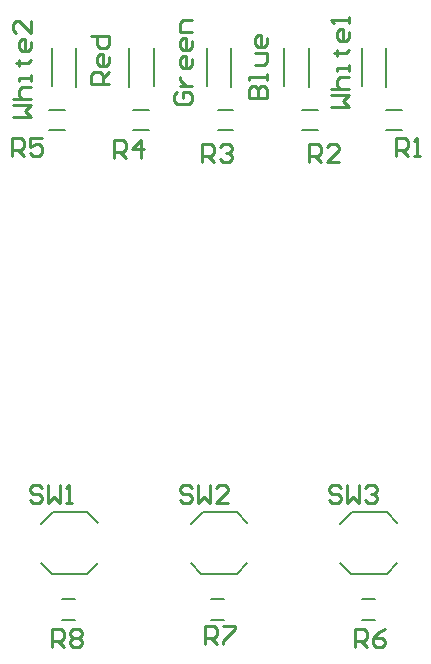
<source format=gto>
G04*
G04 #@! TF.GenerationSoftware,Altium Limited,Altium Designer,18.0.7 (293)*
G04*
G04 Layer_Color=65535*
%FSLAX25Y25*%
%MOIN*%
G70*
G01*
G75*
%ADD10C,0.00500*%
%ADD11C,0.01000*%
D10*
X97795Y46035D02*
X102205D01*
X97795Y52965D02*
X102205D01*
X148295Y46035D02*
X152705D01*
X148295Y52965D02*
X152705D01*
X48295D02*
X52705D01*
X48295Y46035D02*
X52705D01*
X156362Y215846D02*
X161638D01*
X156362Y209154D02*
X161638D01*
X128237Y215846D02*
X133513D01*
X128237Y209154D02*
X133513D01*
X100112Y215846D02*
X105388D01*
X100112Y209154D02*
X105388D01*
X71987Y215846D02*
X77263D01*
X71987Y209154D02*
X77263D01*
X43862Y215846D02*
X49138D01*
X43862Y209154D02*
X49138D01*
X148088Y223902D02*
Y236500D01*
X156316Y223705D02*
Y236697D01*
X122255Y223902D02*
Y236500D01*
X130483Y223705D02*
Y236697D01*
X96421Y223902D02*
Y236500D01*
X104650Y223705D02*
Y236697D01*
X78816Y223902D02*
Y236500D01*
X70588Y223705D02*
Y236697D01*
X44755Y223902D02*
Y236500D01*
X52983Y223705D02*
Y236697D01*
X46358Y61264D02*
X56594D01*
X44942D02*
X46358D01*
X45177Y81736D02*
X56594D01*
X41240Y77799D02*
X45177Y81736D01*
X56594D02*
X60138Y78193D01*
X56594Y61264D02*
X60138Y64807D01*
X44783Y61264D02*
X44942D01*
X41240Y64807D02*
X44783Y61264D01*
X96264D02*
X106500D01*
X94847D02*
X96264D01*
X95083Y81736D02*
X106500D01*
X91146Y77799D02*
X95083Y81736D01*
X106500D02*
X110043Y78193D01*
X106500Y61264D02*
X110043Y64807D01*
X94689Y61264D02*
X94847D01*
X91146Y64807D02*
X94689Y61264D01*
X146169D02*
X156406D01*
X144753D02*
X146169D01*
X144988Y81736D02*
X156406D01*
X141051Y77799D02*
X144988Y81736D01*
X156406D02*
X159949Y78193D01*
X156406Y61264D02*
X159949Y64807D01*
X144594Y61264D02*
X144753D01*
X141051Y64807D02*
X144594Y61264D01*
D11*
X32002Y213500D02*
X38000D01*
X36001Y215499D01*
X38000Y217499D01*
X32002D01*
Y219498D02*
X38000D01*
X35001D01*
X34001Y220498D01*
Y222497D01*
X35001Y223497D01*
X38000D01*
Y225496D02*
Y227496D01*
Y226496D01*
X34001D01*
Y225496D01*
X33002Y231494D02*
X34001D01*
Y230494D01*
Y232494D01*
Y231494D01*
X37000D01*
X38000Y232494D01*
Y238492D02*
Y236493D01*
X37000Y235493D01*
X35001D01*
X34001Y236493D01*
Y238492D01*
X35001Y239492D01*
X36001D01*
Y235493D01*
X38000Y245490D02*
Y241491D01*
X34001Y245490D01*
X33002D01*
X32002Y244490D01*
Y242491D01*
X33002Y241491D01*
X138002Y217000D02*
X144000D01*
X142001Y218999D01*
X144000Y220999D01*
X138002D01*
Y222998D02*
X144000D01*
X141001D01*
X140001Y223998D01*
Y225997D01*
X141001Y226997D01*
X144000D01*
Y228996D02*
Y230995D01*
Y229996D01*
X140001D01*
Y228996D01*
X139002Y234994D02*
X140001D01*
Y233995D01*
Y235994D01*
Y234994D01*
X143000D01*
X144000Y235994D01*
Y241992D02*
Y239993D01*
X143000Y238993D01*
X141001D01*
X140001Y239993D01*
Y241992D01*
X141001Y242992D01*
X142001D01*
Y238993D01*
X144000Y244991D02*
Y246990D01*
Y245991D01*
X138002D01*
X139002Y244991D01*
X141349Y89948D02*
X140349Y90948D01*
X138350D01*
X137350Y89948D01*
Y88949D01*
X138350Y87949D01*
X140349D01*
X141349Y86949D01*
Y85950D01*
X140349Y84950D01*
X138350D01*
X137350Y85950D01*
X143348Y90948D02*
Y84950D01*
X145347Y86949D01*
X147347Y84950D01*
Y90948D01*
X149346Y89948D02*
X150346Y90948D01*
X152345D01*
X153345Y89948D01*
Y88949D01*
X152345Y87949D01*
X151346D01*
X152345D01*
X153345Y86949D01*
Y85950D01*
X152345Y84950D01*
X150346D01*
X149346Y85950D01*
X91443Y89948D02*
X90443Y90948D01*
X88444D01*
X87445Y89948D01*
Y88949D01*
X88444Y87949D01*
X90443D01*
X91443Y86949D01*
Y85950D01*
X90443Y84950D01*
X88444D01*
X87445Y85950D01*
X93443Y90948D02*
Y84950D01*
X95442Y86949D01*
X97441Y84950D01*
Y90948D01*
X103439Y84950D02*
X99441D01*
X103439Y88949D01*
Y89948D01*
X102440Y90948D01*
X100440D01*
X99441Y89948D01*
X41538D02*
X40538Y90948D01*
X38539D01*
X37539Y89948D01*
Y88949D01*
X38539Y87949D01*
X40538D01*
X41538Y86949D01*
Y85950D01*
X40538Y84950D01*
X38539D01*
X37539Y85950D01*
X43537Y90948D02*
Y84950D01*
X45536Y86949D01*
X47536Y84950D01*
Y90948D01*
X49535Y84950D02*
X51534D01*
X50535D01*
Y90948D01*
X49535Y89948D01*
X64000Y224500D02*
X58002D01*
Y227499D01*
X59002Y228499D01*
X61001D01*
X62001Y227499D01*
Y224500D01*
Y226499D02*
X64000Y228499D01*
Y233497D02*
Y231498D01*
X63000Y230498D01*
X61001D01*
X60001Y231498D01*
Y233497D01*
X61001Y234497D01*
X62001D01*
Y230498D01*
X58002Y240495D02*
X64000D01*
Y237496D01*
X63000Y236496D01*
X61001D01*
X60001Y237496D01*
Y240495D01*
X45000Y37000D02*
Y42998D01*
X47999D01*
X48999Y41998D01*
Y39999D01*
X47999Y38999D01*
X45000D01*
X46999D02*
X48999Y37000D01*
X50998Y41998D02*
X51998Y42998D01*
X53997D01*
X54997Y41998D01*
Y40999D01*
X53997Y39999D01*
X54997Y38999D01*
Y38000D01*
X53997Y37000D01*
X51998D01*
X50998Y38000D01*
Y38999D01*
X51998Y39999D01*
X50998Y40999D01*
Y41998D01*
X51998Y39999D02*
X53997D01*
X96000Y38000D02*
Y43998D01*
X98999D01*
X99999Y42998D01*
Y40999D01*
X98999Y39999D01*
X96000D01*
X97999D02*
X99999Y38000D01*
X101998Y43998D02*
X105997D01*
Y42998D01*
X101998Y39000D01*
Y38000D01*
X146000Y37000D02*
Y42998D01*
X148999D01*
X149999Y41998D01*
Y39999D01*
X148999Y38999D01*
X146000D01*
X147999D02*
X149999Y37000D01*
X155997Y42998D02*
X153997Y41998D01*
X151998Y39999D01*
Y38000D01*
X152998Y37000D01*
X154997D01*
X155997Y38000D01*
Y38999D01*
X154997Y39999D01*
X151998D01*
X31500Y200500D02*
Y206498D01*
X34499D01*
X35499Y205498D01*
Y203499D01*
X34499Y202499D01*
X31500D01*
X33499D02*
X35499Y200500D01*
X41497Y206498D02*
X37498D01*
Y203499D01*
X39497Y204499D01*
X40497D01*
X41497Y203499D01*
Y201500D01*
X40497Y200500D01*
X38498D01*
X37498Y201500D01*
X65500Y200000D02*
Y205998D01*
X68499D01*
X69499Y204998D01*
Y202999D01*
X68499Y201999D01*
X65500D01*
X67499D02*
X69499Y200000D01*
X74497D02*
Y205998D01*
X71498Y202999D01*
X75497D01*
X95000Y198500D02*
Y204498D01*
X97999D01*
X98999Y203498D01*
Y201499D01*
X97999Y200499D01*
X95000D01*
X96999D02*
X98999Y198500D01*
X100998Y203498D02*
X101998Y204498D01*
X103997D01*
X104997Y203498D01*
Y202499D01*
X103997Y201499D01*
X102997D01*
X103997D01*
X104997Y200499D01*
Y199500D01*
X103997Y198500D01*
X101998D01*
X100998Y199500D01*
X130500Y198500D02*
Y204498D01*
X133499D01*
X134499Y203498D01*
Y201499D01*
X133499Y200499D01*
X130500D01*
X132499D02*
X134499Y198500D01*
X140497D02*
X136498D01*
X140497Y202499D01*
Y203498D01*
X139497Y204498D01*
X137498D01*
X136498Y203498D01*
X159500Y200500D02*
Y206498D01*
X162499D01*
X163499Y205498D01*
Y203499D01*
X162499Y202499D01*
X159500D01*
X161499D02*
X163499Y200500D01*
X165498D02*
X167497D01*
X166498D01*
Y206498D01*
X165498Y205498D01*
X86502Y221999D02*
X85502Y220999D01*
Y219000D01*
X86502Y218000D01*
X90500D01*
X91500Y219000D01*
Y220999D01*
X90500Y221999D01*
X88501D01*
Y219999D01*
X87501Y223998D02*
X91500D01*
X89501D01*
X88501Y224998D01*
X87501Y225997D01*
Y226997D01*
X91500Y232995D02*
Y230996D01*
X90500Y229996D01*
X88501D01*
X87501Y230996D01*
Y232995D01*
X88501Y233995D01*
X89501D01*
Y229996D01*
X91500Y238993D02*
Y236994D01*
X90500Y235994D01*
X88501D01*
X87501Y236994D01*
Y238993D01*
X88501Y239993D01*
X89501D01*
Y235994D01*
X91500Y241992D02*
X87501D01*
Y244991D01*
X88501Y245991D01*
X91500D01*
X110502Y220000D02*
X116500D01*
Y222999D01*
X115500Y223999D01*
X114501D01*
X113501Y222999D01*
Y220000D01*
Y222999D01*
X112501Y223999D01*
X111502D01*
X110502Y222999D01*
Y220000D01*
X116500Y225998D02*
Y227997D01*
Y226998D01*
X110502D01*
Y225998D01*
X112501Y230996D02*
X115500D01*
X116500Y231996D01*
Y234995D01*
X112501D01*
X116500Y239994D02*
Y237994D01*
X115500Y236995D01*
X113501D01*
X112501Y237994D01*
Y239994D01*
X113501Y240993D01*
X114501D01*
Y236995D01*
M02*

</source>
